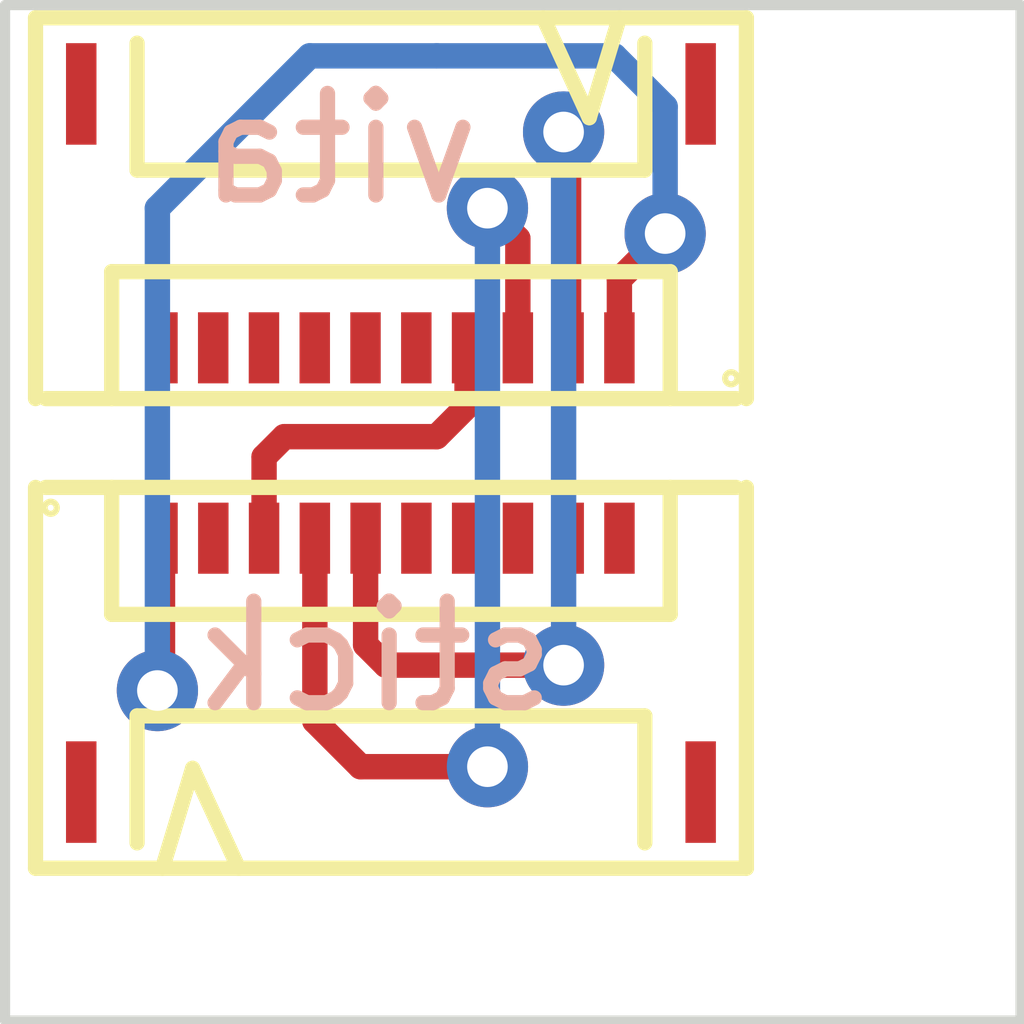
<source format=kicad_pcb>
(kicad_pcb (version 20221018) (generator pcbnew)
  (layers (0 "F.Cu" signal) (31 "B.Cu" signal) (34 "B.Paste" user) (35 "F.Paste" user) (36 "B.SilkS" user "B.Silkscreen") (37 "F.SilkS" user "F.Silkscreen") (38 "B.Mask" user) (39 "F.Mask" user) (44 "Edge.Cuts" user))
  (net 0 "")
  (net 5 "/GND")
  (net 6 "/X")
  (net 7 "/Y")
  (net 8 "/5v")
  (net 16 "/extra")
  (footprint "JLCPCB_footprint:FPC-SMD_5034801000" (layer "F.Cu") (at 69.049911 91.125083)
    (fp_text reference "P2" hide)
    (fp_text value "5034801000" hide)
    (fp_line (start -3.5 -1.87521) (end -3.5 1.874854) (stroke (width 0.150114)) (layer "F.SilkS"))
    (fp_line (start -3.5 1.874854) (end 3.5 1.874854) (stroke (width 0.150114)) (layer "F.SilkS"))
    (fp_line (start -3.400178 -1.87521) (end 3.399924 -1.87521) (stroke (width 0.150114)) (layer "F.SilkS"))
    (fp_line (start -2.750191 -1.87521) (end -2.750191 -0.625273) (stroke (width 0.150114)) (layer "F.SilkS"))
    (fp_line (start -2.750191 -0.625273) (end 2.749936 -0.625273) (stroke (width 0.150114)) (layer "F.SilkS"))
    (fp_line (start -2.5 0.374727) (end -2.5 1.624917) (stroke (width 0.150114)) (layer "F.SilkS"))
    (fp_line (start -2.5 0.374727) (end 2.5 0.374727) (stroke (width 0.150114)) (layer "F.SilkS"))
    (fp_line (start -1.95301 0.891008) (end -2.250013 1.87521) (stroke (width 0.150114)) (layer "F.SilkS"))
    (fp_line (start -1.5 1.874981) (end -1.95301 0.891008) (stroke (width 0.150114)) (layer "F.SilkS"))
    (fp_line (start 2.5 0.374727) (end 2.5 1.624917) (stroke (width 0.150114)) (layer "F.SilkS"))
    (fp_line (start 2.749936 -0.625273) (end 2.749936 -1.87521) (stroke (width 0.150114)) (layer "F.SilkS"))
    (fp_line (start 3.5 -1.87521) (end 3.5 1.874854) (stroke (width 0.150114)) (layer "F.SilkS"))
    (fp_circle (center -3.350622 -1.675083) (end -3.320625 -1.675083) (stroke (width 0.059995)) (fill none) (layer "F.SilkS"))
    (pad "1" smd rect (at -2.249555 -1.375083 180) (size 0.299975 0.700025) (layers "F.Cu" "F.Paste" "F.Mask") (net 5 "/GND"))
    (pad "2" smd rect (at -1.749428 -1.375083 180) (size 0.299975 0.700025) (layers "F.Cu" "F.Paste" "F.Mask") (net 16 "/extra"))
    (pad "3" smd rect (at -1.249555 -1.375083 180) (size 0.299975 0.700025) (layers "F.Cu" "F.Paste" "F.Mask") (net 8 "/5v"))
    (pad "4" smd rect (at -0.749428 -1.375083 180) (size 0.299975 0.700025) (layers "F.Cu" "F.Paste" "F.Mask") (net 7 "/Y"))
    (pad "5" smd rect (at -0.249555 -1.375083 180) (size 0.299975 0.700025) (layers "F.Cu" "F.Paste" "F.Mask") (net 6 "/X"))
    (pad "6" smd rect (at 0.250572 -1.375083 180) (size 0.299975 0.700025) (layers "F.Cu" "F.Paste" "F.Mask"))
    (pad "7" smd rect (at 0.750445 -1.375083 180) (size 0.299975 0.700025) (layers "F.Cu" "F.Paste" "F.Mask"))
    (pad "8" smd rect (at 1.250572 -1.375083 180) (size 0.299975 0.700025) (layers "F.Cu" "F.Paste" "F.Mask"))
    (pad "9" smd rect (at 1.750445 -1.375083 180) (size 0.299975 0.700025) (layers "F.Cu" "F.Paste" "F.Mask"))
    (pad "10" smd rect (at 2.250064 -1.375083 180) (size 0.299975 0.700025) (layers "F.Cu" "F.Paste" "F.Mask"))
    (pad "11" smd rect (at -3.049911 1.125044) (size 0.299975 1) (layers "F.Cu" "F.Paste" "F.Mask"))
    (pad "12" smd rect (at 3.049911 1.125044 180) (size 0.299975 1) (layers "F.Cu" "F.Paste" "F.Mask"))
  )
  (footprint "JLCPCB_footprint:FPC-SMD_5034801000" (layer "F.Cu") (at 69.049911 86.5 180)
    (fp_text reference "P1" hide)
    (fp_text value "5034801000" hide)
    (fp_line (start -3.5 -1.87521) (end -3.5 1.874854) (stroke (width 0.150114)) (layer "F.SilkS"))
    (fp_line (start -3.5 1.874854) (end 3.5 1.874854) (stroke (width 0.150114)) (layer "F.SilkS"))
    (fp_line (start -3.400178 -1.87521) (end 3.399924 -1.87521) (stroke (width 0.150114)) (layer "F.SilkS"))
    (fp_line (start -2.750191 -1.87521) (end -2.750191 -0.625273) (stroke (width 0.150114)) (layer "F.SilkS"))
    (fp_line (start -2.750191 -0.625273) (end 2.749936 -0.625273) (stroke (width 0.150114)) (layer "F.SilkS"))
    (fp_line (start -2.5 0.374727) (end -2.5 1.624917) (stroke (width 0.150114)) (layer "F.SilkS"))
    (fp_line (start -2.5 0.374727) (end 2.5 0.374727) (stroke (width 0.150114)) (layer "F.SilkS"))
    (fp_line (start -1.95301 0.891008) (end -2.250013 1.87521) (stroke (width 0.150114)) (layer "F.SilkS"))
    (fp_line (start -1.5 1.874981) (end -1.95301 0.891008) (stroke (width 0.150114)) (layer "F.SilkS"))
    (fp_line (start 2.5 0.374727) (end 2.5 1.624917) (stroke (width 0.150114)) (layer "F.SilkS"))
    (fp_line (start 2.749936 -0.625273) (end 2.749936 -1.87521) (stroke (width 0.150114)) (layer "F.SilkS"))
    (fp_line (start 3.5 -1.87521) (end 3.5 1.874854) (stroke (width 0.150114)) (layer "F.SilkS"))
    (fp_circle (center -3.350622 -1.675083) (end -3.320625 -1.675083) (stroke (width 0.059995)) (fill none) (layer "F.SilkS"))
    (pad "1" smd rect (at -2.249555 -1.375083) (size 0.299975 0.700025) (layers "F.Cu" "F.Paste" "F.Mask") (net 5 "/GND"))
    (pad "2" smd rect (at -1.749428 -1.375083) (size 0.299975 0.700025) (layers "F.Cu" "F.Paste" "F.Mask") (net 6 "/X"))
    (pad "3" smd rect (at -1.249555 -1.375083) (size 0.299975 0.700025) (layers "F.Cu" "F.Paste" "F.Mask") (net 7 "/Y"))
    (pad "4" smd rect (at -0.749428 -1.375083) (size 0.299975 0.700025) (layers "F.Cu" "F.Paste" "F.Mask") (net 8 "/5v"))
    (pad "5" smd rect (at -0.249555 -1.375083) (size 0.299975 0.700025) (layers "F.Cu" "F.Paste" "F.Mask") (net 8 "/5v"))
    (pad "6" smd rect (at 0.250572 -1.375083) (size 0.299975 0.700025) (layers "F.Cu" "F.Paste" "F.Mask") (net 8 "/5v"))
    (pad "7" smd rect (at 0.750445 -1.375083) (size 0.299975 0.700025) (layers "F.Cu" "F.Paste" "F.Mask"))
    (pad "8" smd rect (at 1.250572 -1.375083) (size 0.299975 0.700025) (layers "F.Cu" "F.Paste" "F.Mask"))
    (pad "9" smd rect (at 1.750445 -1.375083) (size 0.299975 0.700025) (layers "F.Cu" "F.Paste" "F.Mask"))
    (pad "10" smd rect (at 2.250064 -1.375083) (size 0.299975 0.700025) (layers "F.Cu" "F.Paste" "F.Mask"))
    (pad "11" smd rect (at -3.049911 1.125044 180) (size 0.299975 1) (layers "F.Cu" "F.Paste" "F.Mask"))
    (pad "12" smd rect (at 3.049911 1.125044) (size 0.299975 1) (layers "F.Cu" "F.Paste" "F.Mask"))
  )
  (gr_line (start 75.25 84.5) (end 75.25 94.5) (stroke (width 0.1)) (layer "Edge.Cuts"))
  (gr_line (start 65.25 94.5) (end 65.25 84.5) (stroke (width 0.1)) (layer "Edge.Cuts"))
  (gr_line (start 75.25 94.5) (end 65.25 94.5) (stroke (width 0.1)) (layer "Edge.Cuts"))
  (gr_line (start 65.25 84.5) (end 75.25 84.5) (stroke (width 0.1)) (layer "Edge.Cuts"))
  (gr_text "vita" (at 70 86.5) (layer "B.SilkS") (effects (font (size 1 1)) (justify left bottom mirror)))
  (gr_text "stick" (at 70.75 91.5) (layer "B.SilkS") (effects (font (size 1 1)) (justify left bottom mirror)))
  (segment (start 71.299466 87.875083) (end 71.299466 87.200534) (width 0.25) (layer "F.Cu") (net 5))
  (segment (start 66.800356 91.199644) (end 66.800356 89.75) (width 0.25) (layer "F.Cu") (net 5))
  (segment (start 71.299466 87.200534) (end 71.75 86.75) (width 0.25) (layer "F.Cu") (net 5))
  (segment (start 66.75 91.25) (end 66.800356 91.199644) (width 0.25) (layer "F.Cu") (net 5))
  (via (at 66.75 91.25) (size 0.8) (drill 0.4) (layers "F.Cu" "B.Cu") (net 5))
  (via (at 71.75 86.75) (size 0.8) (drill 0.4) (layers "F.Cu" "B.Cu") (net 5))
  (segment (start 71.75 86.75) (end 71.75 85.5) (width 0.25) (layer "B.Cu") (net 5))
  (segment (start 69.5 85) (end 68.25 85) (width 0.25) (layer "B.Cu") (net 5))
  (segment (start 66.75 86.5) (end 66.75 91.25) (width 0.25) (layer "B.Cu") (net 5))
  (segment (start 71.75 85.5) (end 71.25 85) (width 0.25) (layer "B.Cu") (net 5))
  (segment (start 68.25 85) (end 66.75 86.5) (width 0.25) (layer "B.Cu") (net 5))
  (segment (start 71.25 85) (end 69.5 85) (width 0.25) (layer "B.Cu") (net 5))
  (segment (start 70.799339 87.875083) (end 70.799339 85.799339) (width 0.25) (layer "F.Cu") (net 6))
  (segment (start 69 91) (end 70.75 91) (width 0.25) (layer "F.Cu") (net 6))
  (segment (start 68.800356 89.75) (end 68.800356 90.800356) (width 0.25) (layer "F.Cu") (net 6))
  (segment (start 70.799339 85.799339) (end 70.75 85.75) (width 0.25) (layer "F.Cu") (net 6))
  (segment (start 68.800356 90.800356) (end 69 91) (width 0.25) (layer "F.Cu") (net 6))
  (via (at 70.75 91) (size 0.8) (drill 0.4) (layers "F.Cu" "B.Cu") (net 6))
  (via (at 70.75 85.75) (size 0.8) (drill 0.4) (layers "F.Cu" "B.Cu") (net 6))
  (segment (start 70.75 85.75) (end 70.75 91) (width 0.25) (layer "B.Cu") (net 6))
  (segment (start 68.300483 91.550483) (end 68.75 92) (width 0.25) (layer "F.Cu") (net 7))
  (segment (start 70.299466 87.875083) (end 70.299466 86.799466) (width 0.25) (layer "F.Cu") (net 7))
  (segment (start 70.299466 86.799466) (end 70 86.5) (width 0.25) (layer "F.Cu") (net 7))
  (segment (start 68.300483 89.75) (end 68.300483 91.550483) (width 0.25) (layer "F.Cu") (net 7))
  (segment (start 68.75 92) (end 70 92) (width 0.25) (layer "F.Cu") (net 7))
  (via (at 70 86.5) (size 0.8) (drill 0.4) (layers "F.Cu" "B.Cu") (net 7))
  (via (at 70 92) (size 0.8) (drill 0.4) (layers "F.Cu" "B.Cu") (net 7))
  (segment (start 70 92) (end 70 86.5) (width 0.25) (layer "B.Cu") (net 7))
  (segment (start 67.800356 88.949644) (end 68 88.75) (width 0.25) (layer "F.Cu") (net 8))
  (segment (start 69.799339 87.875083) (end 69.799339 88.450661) (width 0.25) (layer "F.Cu") (net 8))
  (segment (start 67.800356 89.75) (end 67.800356 88.949644) (width 0.25) (layer "F.Cu") (net 8))
  (segment (start 69.5 88.75) (end 68 88.75) (width 0.25) (layer "F.Cu") (net 8))
  (segment (start 69.799339 88.450661) (end 69.5 88.75) (width 0.25) (layer "F.Cu") (net 8))
)
</source>
